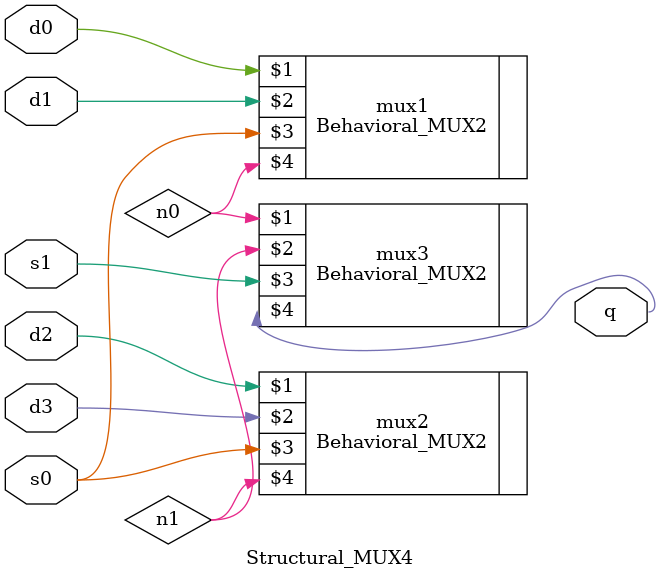
<source format=sv>
`timescale 1ns / 1ps


module Structural_MUX4(
    input logic d0,d1,d2,d3,s1,s0,
    output logic q
    );
    
    logic n0, n1;
    
    Behavioral_MUX2 mux1(d0,d1,s0,n0);
    Behavioral_MUX2 mux2(d2,d3,s0,n1);
    Behavioral_MUX2 mux3(n0,n1,s1,q);
endmodule

</source>
